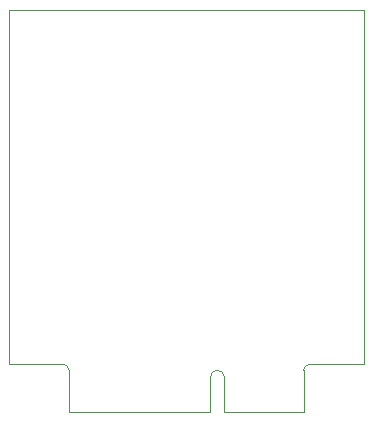
<source format=gbr>
%TF.GenerationSoftware,KiCad,Pcbnew,8.0.5*%
%TF.CreationDate,2024-10-30T18:42:27-07:00*%
%TF.ProjectId,card,63617264-2e6b-4696-9361-645f70636258,v0.5*%
%TF.SameCoordinates,Original*%
%TF.FileFunction,Profile,NP*%
%FSLAX46Y46*%
G04 Gerber Fmt 4.6, Leading zero omitted, Abs format (unit mm)*
G04 Created by KiCad (PCBNEW 8.0.5) date 2024-10-30 18:42:27*
%MOMM*%
%LPD*%
G01*
G04 APERTURE LIST*
%TA.AperFunction,Profile*%
%ADD10C,0.050000*%
%TD*%
G04 APERTURE END LIST*
D10*
%TO.C,A1*%
X84000000Y-80000000D02*
X84000000Y-110000000D01*
X88575000Y-110000000D02*
X84000000Y-110000000D01*
X89075000Y-110500000D02*
X89075000Y-114000000D01*
X89075000Y-114000000D02*
X99000000Y-114000000D01*
X99000000Y-114000000D02*
X101025000Y-114000000D01*
X101025000Y-114000000D02*
X101025000Y-111100000D01*
X102225000Y-111100000D02*
X102225000Y-114000000D01*
X102225000Y-114000000D02*
X108925000Y-114000000D01*
X108925000Y-114000000D02*
X108925000Y-110500000D01*
X109425000Y-110000000D02*
X114000000Y-110000000D01*
X114000000Y-80000000D02*
X84000000Y-80000000D01*
X114000000Y-110000000D02*
X114000000Y-80000000D01*
X88575000Y-110000000D02*
G75*
G02*
X89075000Y-110500000I-1J-500001D01*
G01*
X101025000Y-111100000D02*
G75*
G02*
X102225000Y-111100000I600000J0D01*
G01*
X108925000Y-110500000D02*
G75*
G02*
X109425000Y-110000000I500000J0D01*
G01*
%TD*%
M02*

</source>
